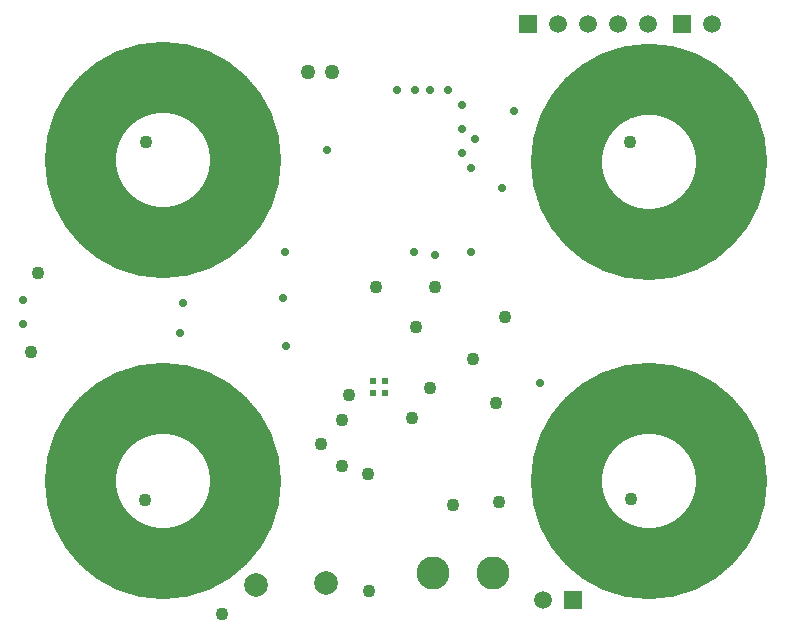
<source format=gbl>
G04*
G04 #@! TF.GenerationSoftware,Altium Limited,Altium Designer,24.10.1 (45)*
G04*
G04 Layer_Physical_Order=4*
G04 Layer_Color=16711680*
%FSLAX25Y25*%
%MOIN*%
G70*
G04*
G04 #@! TF.SameCoordinates,D125F1F0-FD59-41E9-894A-6D37F1295767*
G04*
G04*
G04 #@! TF.FilePolarity,Positive*
G04*
G01*
G75*
%ADD79C,0.02756*%
%ADD80R,0.05906X0.05906*%
%ADD81C,0.05906*%
%ADD82C,0.11000*%
%ADD83C,0.04331*%
%ADD84C,0.07874*%
%ADD85C,0.05000*%
%ADD86C,0.02400*%
%ADD87C,0.23622*%
D79*
X187344Y159698D02*
D03*
X61670Y87497D02*
D03*
X95843Y158172D02*
D03*
X223670Y87497D02*
D03*
X173658Y149862D02*
D03*
X100594Y113248D02*
D03*
X101594Y97248D02*
D03*
X164594Y166248D02*
D03*
X177594Y175676D02*
D03*
X13886Y104624D02*
D03*
Y112623D02*
D03*
X101193Y128623D02*
D03*
X163194Y156623D02*
D03*
X66193Y101623D02*
D03*
X115193Y162624D02*
D03*
X67194Y111624D02*
D03*
X144193Y128623D02*
D03*
X186194Y85064D02*
D03*
X163194Y128623D02*
D03*
X151193Y127623D02*
D03*
X160194Y161624D02*
D03*
Y169623D02*
D03*
Y177623D02*
D03*
X155628Y182668D02*
D03*
X144627D02*
D03*
X138628D02*
D03*
X149627D02*
D03*
D80*
X182194Y204624D02*
D03*
X233594D02*
D03*
X197194Y12623D02*
D03*
D81*
X192193Y204624D02*
D03*
X202193D02*
D03*
X212193D02*
D03*
X222194D02*
D03*
X243594D02*
D03*
X187194Y12623D02*
D03*
D82*
X170595Y21437D02*
D03*
X150595D02*
D03*
D83*
X54779Y165310D02*
D03*
X216410Y165316D02*
D03*
X128781Y54590D02*
D03*
X122499Y80972D02*
D03*
X144904Y103621D02*
D03*
X131642Y116847D02*
D03*
X151255Y116813D02*
D03*
X174741Y106971D02*
D03*
X129200Y15470D02*
D03*
X157327Y44295D02*
D03*
X143493Y73349D02*
D03*
X149594Y83248D02*
D03*
X172594Y45248D02*
D03*
X171594Y78248D02*
D03*
X80194Y7802D02*
D03*
X16649Y95203D02*
D03*
X19044Y121624D02*
D03*
X113194Y64623D02*
D03*
X120420Y57093D02*
D03*
X120194Y72623D02*
D03*
X164024Y92792D02*
D03*
X216546Y46151D02*
D03*
X54678Y46066D02*
D03*
D84*
X91476Y17644D02*
D03*
X114999Y18089D02*
D03*
D85*
X116801Y188596D02*
D03*
X108825Y188524D02*
D03*
D86*
X134662Y85507D02*
D03*
Y81570D02*
D03*
X130726D02*
D03*
Y85507D02*
D03*
D87*
X250153Y158623D02*
G03*
X250153Y158623I-27559J0D01*
G01*
X88153Y52248D02*
G03*
X88153Y52248I-27559J0D01*
G01*
Y159248D02*
G03*
X88153Y159248I-27559J0D01*
G01*
X250153Y52248D02*
G03*
X250153Y52248I-27559J0D01*
G01*
M02*

</source>
